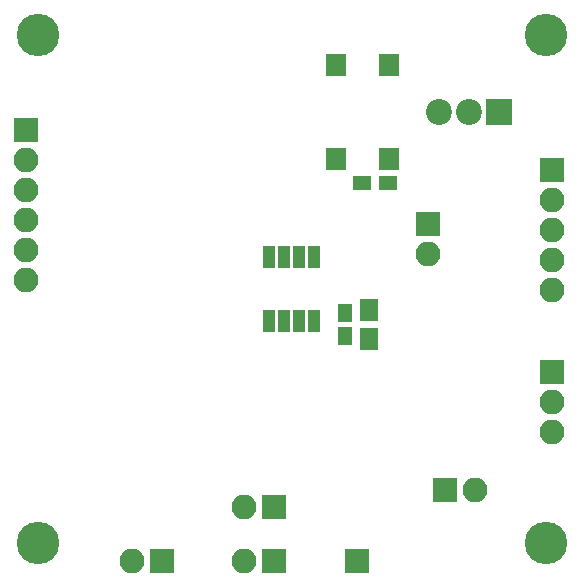
<source format=gbs>
G04 #@! TF.FileFunction,Soldermask,Bot*
%FSLAX46Y46*%
G04 Gerber Fmt 4.6, Leading zero omitted, Abs format (unit mm)*
G04 Created by KiCad (PCBNEW 4.0.7) date 2017 November 25, Saturday 16:53:06*
%MOMM*%
%LPD*%
G01*
G04 APERTURE LIST*
%ADD10C,0.100000*%
%ADD11C,3.600000*%
%ADD12R,1.600000X1.300000*%
%ADD13R,2.200000X2.200000*%
%ADD14C,2.200000*%
%ADD15R,2.100000X2.100000*%
%ADD16O,2.100000X2.100000*%
%ADD17R,1.650000X1.900000*%
%ADD18R,1.150000X1.600000*%
%ADD19R,1.000000X1.950000*%
%ADD20R,1.700000X1.950000*%
G04 APERTURE END LIST*
D10*
D11*
X76500000Y-76500000D03*
X33500000Y-76500000D03*
X33500000Y-33500000D03*
X76500000Y-33500000D03*
D12*
X60900000Y-46000000D03*
X63100000Y-46000000D03*
D13*
X72540000Y-40000000D03*
D14*
X70000000Y-40000000D03*
X67460000Y-40000000D03*
D15*
X53500000Y-78000000D03*
D16*
X50960000Y-78000000D03*
D15*
X77000000Y-62000000D03*
D16*
X77000000Y-64540000D03*
X77000000Y-67080000D03*
D15*
X77000000Y-44920000D03*
D16*
X77000000Y-47460000D03*
X77000000Y-50000000D03*
X77000000Y-52540000D03*
X77000000Y-55080000D03*
D15*
X66500000Y-49460000D03*
D16*
X66500000Y-52000000D03*
D15*
X53500000Y-73500000D03*
D16*
X50960000Y-73500000D03*
D15*
X67960000Y-72000000D03*
D16*
X70500000Y-72000000D03*
D15*
X44000000Y-78000000D03*
D16*
X41460000Y-78000000D03*
D15*
X60500000Y-78000000D03*
X32500000Y-41500000D03*
D16*
X32500000Y-44040000D03*
X32500000Y-46580000D03*
X32500000Y-49120000D03*
X32500000Y-51660000D03*
X32500000Y-54200000D03*
D17*
X61500000Y-56750000D03*
X61500000Y-59250000D03*
D18*
X59500000Y-57050000D03*
X59500000Y-58950000D03*
D19*
X53095000Y-52300000D03*
X54365000Y-52300000D03*
X55635000Y-52300000D03*
X56905000Y-52300000D03*
X56905000Y-57700000D03*
X55635000Y-57700000D03*
X54365000Y-57700000D03*
X53095000Y-57700000D03*
D20*
X63250000Y-36025000D03*
X58750000Y-36025000D03*
X58750000Y-43975000D03*
X63250000Y-43975000D03*
M02*

</source>
